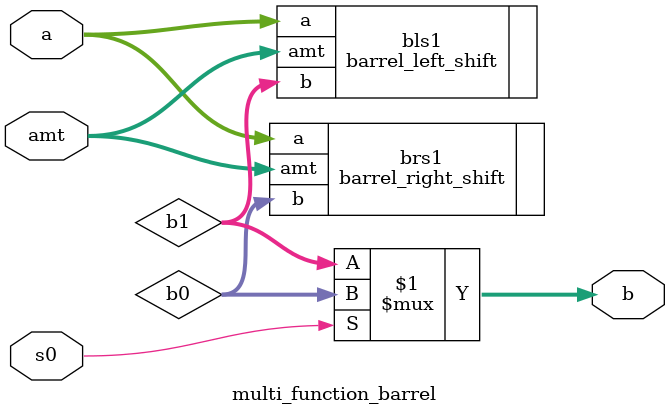
<source format=v>
module multi_function_barrel #(parameter N = 8)(
    input wire [N-1:0] a,
    input wire [2:0] amt,
    input wire s0,
    output wire[N-1:0] b
    );
    
    wire[N-1:0] b0, b1;
    //  using default parameter of N = 8
    barrel_right_shift brs1(.a(a), .amt(amt), .b(b0));
    barrel_left_shift bls1(.a(a), .amt(amt), .b(b1));
    //  1 = right shift, 0 = left shift
    assign b = s0 ? b0 : b1;
endmodule

</source>
